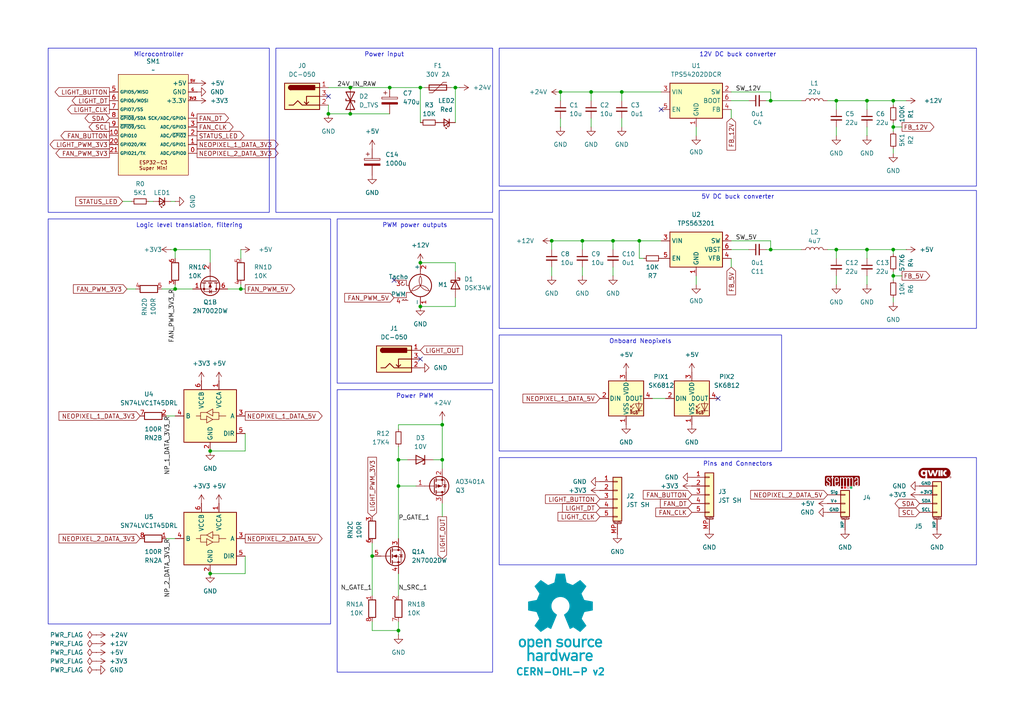
<source format=kicad_sch>
(kicad_sch (version 20231120) (generator "eeschema") (generator_version "8.0")
  (paper "A4")
  (junction (at 113.03 25.4))
  (junction (at 162.56 26.67))
  (junction (at 121.92 76.2))
  (junction (at 69.85 83.82))
  (junction (at 115.57 133.35))
  (junction (at 171.45 26.67))
  (junction (at 259.08 72.39))
  (junction (at 180.34 26.67))
  (junction (at 160.02 69.85))
  (junction (at 223.52 72.39))
  (junction (at 242.57 72.39))
  (junction (at 128.27 123.19))
  (junction (at 60.96 130.81))
  (junction (at 177.8 69.85))
  (junction (at 50.8 72.39))
  (junction (at 101.6 25.4))
  (junction (at 185.42 69.85))
  (junction (at 50.8 83.82))
  (junction (at 107.95 161.29))
  (junction (at 132.08 25.4))
  (junction (at 259.08 36.83))
  (junction (at 251.46 29.21))
  (junction (at 101.6 33.02))
  (junction (at 242.57 29.21))
  (junction (at 259.08 80.01))
  (junction (at 115.57 182.88))
  (junction (at 95.25 33.02))
  (junction (at 223.52 29.21))
  (junction (at 115.57 140.97))
  (junction (at 60.96 166.37))
  (junction (at 121.92 88.9))
  (junction (at 121.92 25.4))
  (junction (at 168.91 69.85))
  (junction (at 128.27 133.35))
  (junction (at 259.08 29.21))
  (junction (at 251.46 72.39))
  (no_connect (at 208.28 115.57))
  (no_connect (at 121.92 104.14))
  (no_connect (at 191.77 31.75))
  (no_connect (at 114.3 81.28))
  (no_connect (at 95.25 27.94))
  (wire (pts (xy 242.57 29.21) (xy 251.46 29.21)))
  (wire (pts (xy 115.57 140.97) (xy 115.57 156.21)))
  (wire (pts (xy 132.08 76.2) (xy 121.92 76.2)))
  (wire (pts (xy 251.46 72.39) (xy 259.08 72.39)))
  (wire (pts (xy 101.6 33.02) (xy 113.03 33.02)))
  (wire (pts (xy 49.53 72.39) (xy 50.8 72.39)))
  (wire (pts (xy 132.08 25.4) (xy 132.08 35.56)))
  (wire (pts (xy 36.83 83.82) (xy 39.37 83.82)))
  (wire (pts (xy 185.42 74.93) (xy 185.42 69.85)))
  (wire (pts (xy 69.85 72.39) (xy 69.85 74.93)))
  (wire (pts (xy 132.08 78.74) (xy 132.08 76.2)))
  (wire (pts (xy 115.57 166.37) (xy 115.57 172.72)))
  (wire (pts (xy 259.08 36.83) (xy 261.62 36.83)))
  (wire (pts (xy 259.08 80.01) (xy 259.08 81.28)))
  (wire (pts (xy 251.46 29.21) (xy 259.08 29.21)))
  (wire (pts (xy 259.08 36.83) (xy 259.08 38.1)))
  (wire (pts (xy 69.85 83.82) (xy 71.12 83.82)))
  (wire (pts (xy 50.8 72.39) (xy 60.96 72.39)))
  (wire (pts (xy 180.34 26.67) (xy 191.77 26.67)))
  (wire (pts (xy 223.52 72.39) (xy 232.41 72.39)))
  (wire (pts (xy 259.08 73.66) (xy 259.08 72.39)))
  (wire (pts (xy 222.25 72.39) (xy 223.52 72.39)))
  (wire (pts (xy 222.25 29.21) (xy 223.52 29.21)))
  (wire (pts (xy 223.52 69.85) (xy 223.52 72.39)))
  (wire (pts (xy 177.8 69.85) (xy 185.42 69.85)))
  (wire (pts (xy 259.08 72.39) (xy 262.89 72.39)))
  (wire (pts (xy 115.57 182.88) (xy 115.57 184.15)))
  (wire (pts (xy 121.92 25.4) (xy 113.03 25.4)))
  (wire (pts (xy 259.08 30.48) (xy 259.08 29.21)))
  (wire (pts (xy 251.46 31.75) (xy 251.46 29.21)))
  (wire (pts (xy 177.8 80.01) (xy 177.8 77.47)))
  (wire (pts (xy 180.34 36.83) (xy 180.34 34.29)))
  (wire (pts (xy 185.42 69.85) (xy 191.77 69.85)))
  (wire (pts (xy 113.03 25.4) (xy 101.6 25.4)))
  (wire (pts (xy 212.09 34.29) (xy 212.09 31.75)))
  (wire (pts (xy 251.46 74.93) (xy 251.46 72.39)))
  (wire (pts (xy 50.8 58.42) (xy 49.53 58.42)))
  (wire (pts (xy 121.92 25.4) (xy 121.92 35.56)))
  (wire (pts (xy 242.57 39.37) (xy 242.57 36.83)))
  (wire (pts (xy 115.57 123.19) (xy 115.57 124.46)))
  (wire (pts (xy 212.09 29.21) (xy 217.17 29.21)))
  (wire (pts (xy 95.25 33.02) (xy 95.25 30.48)))
  (wire (pts (xy 133.35 25.4) (xy 132.08 25.4)))
  (wire (pts (xy 160.02 72.39) (xy 160.02 69.85)))
  (wire (pts (xy 71.12 166.37) (xy 60.96 166.37)))
  (wire (pts (xy 240.03 72.39) (xy 242.57 72.39)))
  (wire (pts (xy 168.91 69.85) (xy 177.8 69.85)))
  (wire (pts (xy 259.08 35.56) (xy 259.08 36.83)))
  (wire (pts (xy 251.46 82.55) (xy 251.46 80.01)))
  (wire (pts (xy 128.27 133.35) (xy 128.27 135.89)))
  (wire (pts (xy 71.12 125.73) (xy 71.12 130.81)))
  (wire (pts (xy 128.27 149.86) (xy 128.27 146.05)))
  (wire (pts (xy 186.69 74.93) (xy 185.42 74.93)))
  (wire (pts (xy 132.08 25.4) (xy 130.81 25.4)))
  (wire (pts (xy 189.23 115.57) (xy 193.04 115.57)))
  (wire (pts (xy 60.96 76.2) (xy 60.96 72.39)))
  (wire (pts (xy 171.45 29.21) (xy 171.45 26.67)))
  (wire (pts (xy 50.8 83.82) (xy 55.88 83.82)))
  (wire (pts (xy 160.02 80.01) (xy 160.02 77.47)))
  (wire (pts (xy 242.57 72.39) (xy 251.46 72.39)))
  (wire (pts (xy 107.95 157.48) (xy 107.95 161.29)))
  (wire (pts (xy 101.6 25.4) (xy 95.25 25.4)))
  (wire (pts (xy 242.57 72.39) (xy 242.57 74.93)))
  (wire (pts (xy 162.56 36.83) (xy 162.56 34.29)))
  (wire (pts (xy 212.09 26.67) (xy 223.52 26.67)))
  (wire (pts (xy 212.09 77.47) (xy 212.09 74.93)))
  (wire (pts (xy 212.09 72.39) (xy 217.17 72.39)))
  (wire (pts (xy 115.57 133.35) (xy 115.57 140.97)))
  (wire (pts (xy 168.91 80.01) (xy 168.91 77.47)))
  (wire (pts (xy 95.25 33.02) (xy 101.6 33.02)))
  (wire (pts (xy 177.8 72.39) (xy 177.8 69.85)))
  (wire (pts (xy 132.08 86.36) (xy 132.08 88.9)))
  (wire (pts (xy 121.92 88.9) (xy 132.08 88.9)))
  (wire (pts (xy 46.99 83.82) (xy 50.8 83.82)))
  (wire (pts (xy 71.12 161.29) (xy 71.12 166.37)))
  (wire (pts (xy 259.08 44.45) (xy 259.08 43.18)))
  (wire (pts (xy 160.02 69.85) (xy 168.91 69.85)))
  (wire (pts (xy 115.57 129.54) (xy 115.57 133.35)))
  (wire (pts (xy 48.26 120.65) (xy 50.8 120.65)))
  (wire (pts (xy 223.52 29.21) (xy 232.41 29.21)))
  (wire (pts (xy 259.08 87.63) (xy 259.08 86.36)))
  (wire (pts (xy 107.95 180.34) (xy 107.95 182.88)))
  (wire (pts (xy 107.95 161.29) (xy 107.95 172.72)))
  (wire (pts (xy 50.8 72.39) (xy 50.8 74.93)))
  (wire (pts (xy 69.85 82.55) (xy 69.85 83.82)))
  (wire (pts (xy 251.46 39.37) (xy 251.46 36.83)))
  (wire (pts (xy 115.57 180.34) (xy 115.57 182.88)))
  (wire (pts (xy 168.91 72.39) (xy 168.91 69.85)))
  (wire (pts (xy 50.8 82.55) (xy 50.8 83.82)))
  (wire (pts (xy 38.1 58.42) (xy 35.56 58.42)))
  (wire (pts (xy 171.45 26.67) (xy 180.34 26.67)))
  (wire (pts (xy 123.19 25.4) (xy 121.92 25.4)))
  (wire (pts (xy 162.56 26.67) (xy 171.45 26.67)))
  (wire (pts (xy 66.04 83.82) (xy 69.85 83.82)))
  (wire (pts (xy 115.57 140.97) (xy 120.65 140.97)))
  (wire (pts (xy 212.09 69.85) (xy 223.52 69.85)))
  (wire (pts (xy 223.52 26.67) (xy 223.52 29.21)))
  (wire (pts (xy 128.27 123.19) (xy 128.27 133.35)))
  (wire (pts (xy 125.73 133.35) (xy 128.27 133.35)))
  (wire (pts (xy 71.12 130.81) (xy 60.96 130.81)))
  (wire (pts (xy 259.08 29.21) (xy 262.89 29.21)))
  (wire (pts (xy 242.57 29.21) (xy 242.57 31.75)))
  (wire (pts (xy 162.56 29.21) (xy 162.56 26.67)))
  (wire (pts (xy 115.57 123.19) (xy 128.27 123.19)))
  (wire (pts (xy 115.57 133.35) (xy 118.11 133.35)))
  (wire (pts (xy 259.08 78.74) (xy 259.08 80.01)))
  (wire (pts (xy 242.57 82.55) (xy 242.57 80.01)))
  (wire (pts (xy 128.27 121.92) (xy 128.27 123.19)))
  (wire (pts (xy 48.26 156.21) (xy 50.8 156.21)))
  (wire (pts (xy 107.95 182.88) (xy 115.57 182.88)))
  (wire (pts (xy 201.93 82.55) (xy 201.93 80.01)))
  (wire (pts (xy 43.18 58.42) (xy 44.45 58.42)))
  (wire (pts (xy 180.34 29.21) (xy 180.34 26.67)))
  (wire (pts (xy 240.03 29.21) (xy 242.57 29.21)))
  (wire (pts (xy 259.08 80.01) (xy 261.62 80.01)))
  (wire (pts (xy 201.93 39.37) (xy 201.93 36.83)))
  (wire (pts (xy 171.45 36.83) (xy 171.45 34.29)))
  (image (at 162.56 179.07) (scale 0.37481))
  (text_box "5V DC buck converter" (at 144.78 55.245 0) (size 138.43 40.005) (effects (font (size 1.27 1.27)) (justify top)))
  (text_box "Power input" (at 80.01 13.97 0) (size 62.865 47.625) (effects (font (size 1.27 1.27)) (justify top)))
  (text_box "12V DC buck converter" (at 144.78 13.97 0) (size 138.43 40.005) (effects (font (size 1.27 1.27)) (justify top)))
  (text_box "Microcontroller" (at 13.97 13.97 0) (size 64.135 47.625) (effects (font (size 1.27 1.27)) (justify top)))
  (text_box "PWM power outputs" (at 97.79 63.5 0) (size 45.085 47.625) (effects (font (size 1.27 1.27)) (justify top)))
  (text_box "Onboard Neopixels" (at 144.78 97.155 0) (size 81.915 33.655) (effects (font (size 1.27 1.27)) (justify top)))
  (text_box "Pins and Connectors" (at 144.78 132.715 0) (size 138.43 31.115) (effects (font (size 1.27 1.27)) (justify top)))
  (text_box "Logic level translation, filtering" (at 13.97 63.5 0) (size 81.915 117.475) (effects (font (size 1.27 1.27)) (justify top)))
  (text_box "Power PWM" (at 97.79 113.03 0) (size 45.085 81.915) (effects (font (size 1.27 1.27)) (justify top)))
  (text "CERN-OHL-P v2" (at 162.56 195.072 0) (effects (font (size 2 2) (thickness 0.4) (bold yes))))
  (label "SW_12V" (at 213.36 26.67 0))
  (label "SW_5V" (at 213.36 69.85 0))
  (label "NP_2_DATA_3V3_R" (at 49.53 156.21 270))
  (label "N_SRC_1" (at 115.57 171.45 0))
  (label "FAN_PWM_3V3_R" (at 50.8 83.82 270))
  (label "NP_1_DATA_3V3_R" (at 49.53 120.65 270))
  (label "24V_IN_RAW" (at 97.79 25.4 0))
  (label "P_GATE_1" (at 115.57 151.13 0))
  (label "N_GATE_1" (at 107.95 171.45 180))
  (global_label "FAN_PWM_5V" (shape input) (at 114.3 86.36 180) (property "Intersheetrefs" "${INTERSHEET_REFS}" (effects (hide yes))))
  (global_label "LIGHT_PWM_3V3" (shape output) (at 31.75 41.91 180) (property "Intersheetrefs" "${INTERSHEET_REFS}" (effects (hide yes))))
  (global_label "FAN_PWM_3V3" (shape output) (at 31.75 44.45 180) (property "Intersheetrefs" "${INTERSHEET_REFS}" (effects (hide yes))))
  (global_label "FAN_CLK" (shape output) (at 57.15 36.83 0) (property "Intersheetrefs" "${INTERSHEET_REFS}" (effects (hide yes))))
  (global_label "LIGHT_BUTTON" (shape output) (at 31.75 26.67 180) (property "Intersheetrefs" "${INTERSHEET_REFS}" (effects (hide yes))))
  (global_label "FAN_CLK" (shape input) (at 200.66 148.59 180) (property "Intersheetrefs" "${INTERSHEET_REFS}" (effects (hide yes))))
  (global_label "LIGHT_BUTTON" (shape input) (at 173.99 144.78 180) (property "Intersheetrefs" "${INTERSHEET_REFS}" (effects (hide yes))))
  (global_label "LIGHT_PWM_3V3" (shape input) (at 107.95 149.86 90) (property "Intersheetrefs" "${INTERSHEET_REFS}" (effects (hide yes))))
  (global_label "FAN_DT" (shape input) (at 200.66 146.05 180) (property "Intersheetrefs" "${INTERSHEET_REFS}" (effects (hide yes))))
  (global_label "FB_12V" (shape output) (at 261.62 36.83 0) (property "Intersheetrefs" "${INTERSHEET_REFS}" (effects (hide yes))))
  (global_label "SDA" (shape bidirectional) (at 31.75 34.29 180) (property "Intersheetrefs" "${INTERSHEET_REFS}" (effects (hide yes))))
  (global_label "STATUS_LED" (shape input) (at 35.56 58.42 180) (property "Intersheetrefs" "${INTERSHEET_REFS}" (effects (hide yes))))
  (global_label "NEOPIXEL_2_DATA_3V3" (shape input) (at 40.64 156.21 180) (property "Intersheetrefs" "${INTERSHEET_REFS}" (effects (hide yes))))
  (global_label "NEOPIXEL_2_DATA_5V" (shape output) (at 71.12 156.21 0) (property "Intersheetrefs" "${INTERSHEET_REFS}" (effects (hide yes))))
  (global_label "NEOPIXEL_1_DATA_3V3" (shape output) (at 57.15 41.91 0) (property "Intersheetrefs" "${INTERSHEET_REFS}" (effects (hide yes))))
  (global_label "NEOPIXEL_1_DATA_5V" (shape input) (at 173.99 115.57 180) (property "Intersheetrefs" "${INTERSHEET_REFS}" (effects (hide yes))))
  (global_label "LIGHT_OUT" (shape input) (at 121.92 101.6 0) (property "Intersheetrefs" "${INTERSHEET_REFS}" (effects (hide yes))))
  (global_label "SCL" (shape output) (at 31.75 36.83 180) (property "Intersheetrefs" "${INTERSHEET_REFS}" (effects (hide yes))))
  (global_label "FB_5V" (shape input) (at 212.09 77.47 270) (property "Intersheetrefs" "${INTERSHEET_REFS}" (effects (hide yes))))
  (global_label "LIGHT_CLK" (shape input) (at 173.99 149.86 180) (property "Intersheetrefs" "${INTERSHEET_REFS}" (effects (hide yes))))
  (global_label "NEOPIXEL_2_DATA_5V" (shape input) (at 240.03 143.51 180) (property "Intersheetrefs" "${INTERSHEET_REFS}" (effects (hide yes))))
  (global_label "SCL" (shape input) (at 266.7 148.59 180) (property "Intersheetrefs" "${INTERSHEET_REFS}" (effects (hide yes))))
  (global_label "FAN_PWM_5V" (shape output) (at 71.12 83.82 0) (property "Intersheetrefs" "${INTERSHEET_REFS}" (effects (hide yes))))
  (global_label "LIGHT_OUT" (shape output) (at 128.27 149.86 270) (property "Intersheetrefs" "${INTERSHEET_REFS}" (effects (hide yes))))
  (global_label "FAN_PWM_3V3" (shape input) (at 36.83 83.82 180) (property "Intersheetrefs" "${INTERSHEET_REFS}" (effects (hide yes))))
  (global_label "LIGHT_CLK" (shape output) (at 31.75 31.75 180) (property "Intersheetrefs" "${INTERSHEET_REFS}" (effects (hide yes))))
  (global_label "NEOPIXEL_2_DATA_3V3" (shape output) (at 57.15 44.45 0) (property "Intersheetrefs" "${INTERSHEET_REFS}" (effects (hide yes))))
  (global_label "FB_5V" (shape output) (at 261.62 80.01 0) (property "Intersheetrefs" "${INTERSHEET_REFS}" (effects (hide yes))))
  (global_label "FB_12V" (shape input) (at 212.09 34.29 270) (property "Intersheetrefs" "${INTERSHEET_REFS}" (effects (hide yes))))
  (global_label "LIGHT_DT" (shape output) (at 31.75 29.21 180) (property "Intersheetrefs" "${INTERSHEET_REFS}" (effects (hide yes))))
  (global_label "NEOPIXEL_1_DATA_5V" (shape output) (at 71.12 120.65 0) (property "Intersheetrefs" "${INTERSHEET_REFS}" (effects (hide yes))))
  (global_label "FAN_BUTTON" (shape input) (at 200.66 143.51 180) (property "Intersheetrefs" "${INTERSHEET_REFS}" (effects (hide yes))))
  (global_label "FAN_DT" (shape output) (at 57.15 34.29 0) (property "Intersheetrefs" "${INTERSHEET_REFS}" (effects (hide yes))))
  (global_label "STATUS_LED" (shape output) (at 57.15 39.37 0) (property "Intersheetrefs" "${INTERSHEET_REFS}" (effects (hide yes))))
  (global_label "NEOPIXEL_1_DATA_3V3" (shape input) (at 40.64 120.65 180) (property "Intersheetrefs" "${INTERSHEET_REFS}" (effects (hide yes))))
  (global_label "SDA" (shape bidirectional) (at 266.7 146.05 180) (property "Intersheetrefs" "${INTERSHEET_REFS}" (effects (hide yes))))
  (global_label "FAN_BUTTON" (shape output) (at 31.75 39.37 180) (property "Intersheetrefs" "${INTERSHEET_REFS}" (effects (hide yes))))
  (global_label "LIGHT_DT" (shape input) (at 173.99 147.32 180) (property "Intersheetrefs" "${INTERSHEET_REFS}" (effects (hide yes))))
  (symbol (lib_id "Device:C_Small") (at 242.57 34.29 0) (unit 1)
    (property "Reference" "C5" (at 245.11 33.0262 0) (effects (justify left)))
    (property "Value" "22u" (at 245.11 35.5662 0) (effects (justify left)))
    (property "Footprint" "passive:C_0805_2012Metric" (effects (hide yes)))
    (property "Description" "Unpolarized capacitor, small symbol" (effects (hide yes)))
  )
  (symbol (lib_id "Device:C_Small") (at 219.71 72.39 90) (mirror x) (unit 1)
    (property "Reference" "C11" (at 219.7163 78.74 90))
    (property "Value" "0u1" (at 219.7163 76.2 90))
    (property "Footprint" "passive:C_0402_1005Metric" (effects (hide yes)))
    (property "Description" "Unpolarized capacitor, small symbol" (effects (hide yes)))
  )
  (symbol (lib_id "power:+5V") (at 69.85 72.39 270) (unit 1)
    (property "Reference" "#PWR024" (effects (hide yes)))
    (property "Value" "+5V" (at 74.93 72.3899 90) (effects (justify left)))
    (property "Description" "Power symbol creates a global label with name \"+5V\"" (effects (hide yes)))
  )
  (symbol (lib_id "power:GND") (at 177.8 80.01 0) (unit 1)
    (property "Reference" "#PWR033" (effects (hide yes)))
    (property "Value" "GND" (at 177.8 85.09 0))
    (property "Description" "Power symbol creates a global label with name \"GND\" , ground" (effects (hide yes)))
  )
  (symbol (lib_id "power:GND") (at 57.15 26.67 90) (mirror x) (unit 1)
    (property "Reference" "#PWR05" (effects (hide yes)))
    (property "Value" "GND" (at 60.96 26.6701 90) (effects (justify right)))
    (property "Description" "Power symbol creates a global label with name \"GND\" , ground" (effects (hide yes)))
  )
  (symbol (lib_id "power:+5V") (at 181.61 107.95 0) (unit 1)
    (property "Reference" "#PWR043" (effects (hide yes)))
    (property "Value" "+5V" (at 181.61 102.87 0))
    (property "Description" "Power symbol creates a global label with name \"+5V\"" (effects (hide yes)))
  )
  (symbol (lib_id "Device:R_Small") (at 40.64 58.42 270) (mirror x) (unit 1)
    (property "Reference" "R0" (at 40.64 53.34 90))
    (property "Value" "5K1" (at 40.64 55.88 90))
    (property "Footprint" "Resistor_SMD:R_0603_1608Metric" (effects (hide yes)))
    (property "Description" "Resistor, small symbol" (effects (hide yes)))
  )
  (symbol (lib_id "Device:D_Zener") (at 121.92 133.35 180) (unit 1)
    (property "Reference" "D3" (at 121.92 127 0))
    (property "Value" "10V" (at 121.92 129.54 0))
    (property "Footprint" "package:D_SOD-523" (effects (hide yes)))
    (property "Description" "Zener diode" (effects (hide yes)))
  )
  (symbol (lib_id "Device:D_TVS") (at 101.6 29.21 90) (unit 1)
    (property "Reference" "D2" (at 104.14 27.9399 90) (effects (justify right)))
    (property "Value" "D_TVS" (at 104.14 30.4799 90) (effects (justify right)))
    (property "Footprint" "package:D_SOD-123F" (effects (hide yes)))
    (property "Description" "Bidirectional transient-voltage-suppression diode" (effects (hide yes)))
  )
  (symbol (lib_id "Logic_LevelTranslator:SN74LVC1T45DRL") (at 60.96 120.65 0) (mirror y) (unit 1)
    (property "Reference" "U4" (at 43.18 114.3314 0))
    (property "Value" "SN74LVC1T45DRL" (at 43.18 116.8714 0))
    (property "Footprint" "Package_TO_SOT_SMD:SOT-563" (effects (hide yes)))
    (property "Datasheet" "http://www.ti.com/lit/ds/symlink/sn74lvc1t45.pdf" (effects (hide yes)))
    (property "Description" "Single-Bit Dual-Supply Bus Transceiver With Configurable Voltage Translation and 3-State Outputs, SOT-563" (effects (hide yes)))
  )
  (symbol (lib_id "Device:R_Small") (at 115.57 127 0) (mirror y) (unit 1)
    (property "Reference" "R12" (at 113.03 125.7299 0) (effects (justify left)))
    (property "Value" "17K4" (at 113.03 128.2699 0) (effects (justify left)))
    (property "Footprint" "Resistor_SMD:R_0603_1608Metric" (effects (hide yes)))
    (property "Description" "Resistor, small symbol" (effects (hide yes)))
  )
  (symbol (lib_id "Device:R_Small") (at 259.08 33.02 0) (mirror x) (unit 1)
    (property "Reference" "R1" (at 264.16 33.02 90))
    (property "Value" "100K" (at 261.62 33.02 90))
    (property "Footprint" "Resistor_SMD:R_0402_1005Metric" (effects (hide yes)))
    (property "Description" "Resistor, small symbol" (effects (hide yes)))
  )
  (symbol (lib_id "power:+5V") (at 262.89 29.21 270) (unit 1)
    (property "Reference" "#PWR019" (effects (hide yes)))
    (property "Value" "+12V" (at 267.97 29.2099 90) (effects (justify left)))
    (property "Description" "Power symbol creates a global label with name \"+5V\"" (effects (hide yes)))
  )
  (symbol (lib_id "Device:C_Small") (at 242.57 77.47 0) (unit 1)
    (property "Reference" "C12" (at 245.11 76.2062 0) (effects (justify left)))
    (property "Value" "22u" (at 245.11 78.7462 0) (effects (justify left)))
    (property "Footprint" "passive:C_0603_1608Metric" (effects (hide yes)))
    (property "Description" "Unpolarized capacitor, small symbol" (effects (hide yes)))
  )
  (symbol (lib_id "Connector:Barrel_Jack_Switch") (at 87.63 27.94 0) (unit 1)
    (property "Reference" "J0" (at 87.63 19.05 0))
    (property "Value" "DC-050" (at 87.63 21.59 0))
    (property "Footprint" "custom:DC-IN_DC-050-2.0-BB_rev2" (effects (hide yes)))
    (property "Description" "DC Barrel Jack with an internal switch" (effects (hide yes)))
  )
  (symbol (lib_id "Device:C_Small") (at 251.46 34.29 0) (unit 1)
    (property "Reference" "C6" (at 254 33.0262 0) (effects (justify left)))
    (property "Value" "22u" (at 254 35.5662 0) (effects (justify left)))
    (property "Footprint" "passive:C_0805_2012Metric" (effects (hide yes)))
    (property "Description" "Unpolarized capacitor, small symbol" (effects (hide yes)))
  )
  (symbol (lib_id "power:GND") (at 251.46 82.55 0) (unit 1)
    (property "Reference" "#PWR039" (effects (hide yes)))
    (property "Value" "GND" (at 251.46 87.63 0))
    (property "Description" "Power symbol creates a global label with name \"GND\" , ground" (effects (hide yes)))
  )
  (symbol (lib_id "Logic_LevelTranslator:SN74LVC1T45DRL") (at 60.96 156.21 0) (mirror y) (unit 1)
    (property "Reference" "U5" (at 43.18 149.8914 0))
    (property "Value" "SN74LVC1T45DRL" (at 43.18 152.4314 0))
    (property "Footprint" "Package_TO_SOT_SMD:SOT-563" (effects (hide yes)))
    (property "Datasheet" "http://www.ti.com/lit/ds/symlink/sn74lvc1t45.pdf" (effects (hide yes)))
    (property "Description" "Single-Bit Dual-Supply Bus Transceiver With Configurable Voltage Translation and 3-State Outputs, SOT-563" (effects (hide yes)))
  )
  (symbol (lib_id "Device:C_Small") (at 162.56 31.75 0) (unit 1)
    (property "Reference" "C1" (at 165.1 30.4862 0) (effects (justify left)))
    (property "Value" "10u" (at 165.1 33.0262 0) (effects (justify left)))
    (property "Footprint" "passive:C_0603_1608Metric" (effects (hide yes)))
    (property "Description" "Unpolarized capacitor, small symbol" (effects (hide yes)))
  )
  (symbol (lib_id "power:VCC") (at 57.15 29.21 270) (mirror x) (unit 1)
    (property "Reference" "#PWR04" (effects (hide yes)))
    (property "Value" "+3V3" (at 60.96 29.2101 90) (effects (justify left)))
    (property "Description" "Power symbol creates a global label with name \"VCC\"" (effects (hide yes)))
  )
  (symbol (lib_id "power:GND") (at 205.74 153.67 0) (unit 1)
    (property "Reference" "#PWR056" (effects (hide yes)))
    (property "Value" "GND" (at 205.74 158.75 0))
    (property "Description" "Power symbol creates a global label with name \"GND\" , ground" (effects (hide yes)))
  )
  (symbol (lib_id "power:PWR_FLAG") (at 27.94 184.15 90) (unit 1)
    (property "Reference" "#FLG05" (effects (hide yes)))
    (property "Value" "PWR_FLAG" (at 24.13 184.1499 90) (effects (justify left)))
    (property "Description" "Special symbol for telling ERC where power comes from" (effects (hide yes)))
  )
  (symbol (lib_id "Device:R_Small") (at 124.46 35.56 270) (unit 1)
    (property "Reference" "R3" (at 124.46 30.48 90))
    (property "Value" "10K" (at 124.46 33.02 90))
    (property "Footprint" "Resistor_SMD:R_0402_1005Metric" (effects (hide yes)))
    (property "Description" "Resistor, small symbol" (effects (hide yes)))
  )
  (symbol (lib_id "power:VCC") (at 262.89 72.39 270) (unit 1)
    (property "Reference" "#PWR020" (effects (hide yes)))
    (property "Value" "+5V" (at 266.7 72.3901 90) (effects (justify left)))
    (property "Description" "Power symbol creates a global label with name \"VCC\"" (effects (hide yes)))
  )
  (symbol (lib_id "Device:C_Small") (at 251.46 77.47 0) (unit 1)
    (property "Reference" "C13" (at 254 76.2062 0) (effects (justify left)))
    (property "Value" "22u" (at 254 78.7462 0) (effects (justify left)))
    (property "Footprint" "passive:C_0603_1608Metric" (effects (hide yes)))
    (property "Description" "Unpolarized capacitor, small symbol" (effects (hide yes)))
  )
  (symbol (lib_id "power:+5V") (at 63.5 146.05 0) (mirror y) (unit 1)
    (property "Reference" "#PWR042" (effects (hide yes)))
    (property "Value" "+5V" (at 63.5 140.97 0))
    (property "Description" "Power symbol creates a global label with name \"+5V\"" (effects (hide yes)))
  )
  (symbol (lib_id "Connector:Barrel_Jack_Switch") (at 114.3 104.14 0) (unit 1)
    (property "Reference" "J1" (at 114.3 95.25 0))
    (property "Value" "DC-050" (at 114.3 97.79 0))
    (property "Footprint" "custom:DC-IN_DC-050-2.0-BB_rev2" (effects (hide yes)))
    (property "Description" "DC Barrel Jack with an internal switch" (effects (hide yes)))
  )
  (symbol (lib_id "power:VCC") (at 121.92 76.2 0) (unit 1)
    (property "Reference" "#PWR08" (effects (hide yes)))
    (property "Value" "+12V" (at 121.92 71.12 0))
    (property "Description" "Power symbol creates a global label with name \"VCC\"" (effects (hide yes)))
  )
  (symbol (lib_id "power:GND") (at 259.08 44.45 0) (unit 1)
    (property "Reference" "#PWR018" (effects (hide yes)))
    (property "Value" "GND" (at 259.08 49.53 0))
    (property "Description" "Power symbol creates a global label with name \"GND\" , ground" (effects (hide yes)))
  )
  (symbol (lib_id "power:GND") (at 242.57 82.55 0) (unit 1)
    (property "Reference" "#PWR038" (effects (hide yes)))
    (property "Value" "GND" (at 242.57 87.63 0))
    (property "Description" "Power symbol creates a global label with name \"GND\" , ground" (effects (hide yes)))
  )
  (symbol (lib_id "connector:STEMMA-Signal") (at 245.11 146.05 0) (unit 1)
    (property "Reference" "J4" (at 250.19 144.3485 0) (effects (justify left)))
    (property "Value" "STEMMA-Signal" (effects (hide yes)))
    (property "Footprint" "connector:STEMMA-Signal-SMD-horizontal" (effects (hide yes)))
    (property "Datasheet" "https://learn.adafruit.com/introducing-adafruit-stemma-qt/technical-specs" (effects (hide yes)))
    (property "Description" "STEMMA signal connector, JST PH 2.0mm 1x03" (effects (hide yes)))
  )
  (symbol (lib_id "Device:R_Pack04_Split") (at 50.8 78.74 0) (unit 3)
    (property "Reference" "RN1" (at 54.61 77.4699 0) (effects (justify left)))
    (property "Value" "10K" (at 54.61 80.0099 0) (effects (justify left)))
    (property "Footprint" "passive:R_Array_Convex_4x0603_HandSolder" (effects (hide yes)))
    (property "Description" "4 resistor network, parallel topology, split" (effects (hide yes)))
  )
  (symbol (lib_id "Device:L") (at 236.22 72.39 90) (unit 1)
    (property "Reference" "L2" (at 236.22 67.31 90))
    (property "Value" "4u7" (at 236.22 69.85 90))
    (property "Footprint" "passive:L_1008_2520Metric" (effects (hide yes)))
    (property "Description" "Inductor" (effects (hide yes)))
  )
  (symbol (lib_id "power:GND") (at 266.7 140.97 270) (unit 1)
    (property "Reference" "#PWR060" (effects (hide yes)))
    (property "Value" "GND" (at 262.89 140.9699 90) (effects (justify right)))
    (property "Description" "Power symbol creates a global label with name \"GND\" , ground" (effects (hide yes)))
  )
  (symbol (lib_id "Device:R_Pack04_Split") (at 43.18 83.82 270) (mirror x) (unit 4)
    (property "Reference" "RN2" (at 41.9099 86.36 0) (effects (justify right)))
    (property "Value" "100R" (at 44.4499 86.36 0) (effects (justify right)))
    (property "Footprint" "passive:R_Array_Convex_4x0603_HandSolder" (effects (hide yes)))
    (property "Description" "4 resistor network, parallel topology, split" (effects (hide yes)))
  )
  (symbol (lib_id "power:VCC") (at 173.99 142.24 90) (unit 1)
    (property "Reference" "#PWR052" (effects (hide yes)))
    (property "Value" "+3V3" (at 170.18 142.2399 90) (effects (justify left)))
    (property "Description" "Power symbol creates a global label with name \"VCC\"" (effects (hide yes)))
  )
  (symbol (lib_id "power:VCC") (at 27.94 191.77 270) (unit 1)
    (property "Reference" "#PWR01" (effects (hide yes)))
    (property "Value" "+3V3" (at 31.75 191.7699 90) (effects (justify left)))
    (property "Description" "Power symbol creates a global label with name \"VCC\"" (effects (hide yes)))
  )
  (symbol (lib_id "Device:LED_Small") (at 129.54 35.56 180) (unit 1)
    (property "Reference" "LED2" (at 129.4765 29.21 0))
    (property "Value" "Red" (at 129.4765 31.75 0))
    (property "Footprint" "led:LED_0402_1005Metric" (effects (hide yes)))
    (property "Description" "Light emitting diode, small symbol" (effects (hide yes)))
  )
  (symbol (lib_id "power:VCC") (at 240.03 146.05 90) (unit 1)
    (property "Reference" "#PWR025" (effects (hide yes)))
    (property "Value" "+5V" (at 236.22 146.0499 90) (effects (justify left)))
    (property "Description" "Power symbol creates a global label with name \"VCC\"" (effects (hide yes)))
  )
  (symbol (lib_id "power:+5V") (at 63.5 110.49 0) (mirror y) (unit 1)
    (property "Reference" "#PWR035" (effects (hide yes)))
    (property "Value" "+5V" (at 63.5 105.41 0))
    (property "Description" "Power symbol creates a global label with name \"+5V\"" (effects (hide yes)))
  )
  (symbol (lib_id "module:ESP32-C3-Super-Mini") (at 44.45 35.56 0) (unit 1)
    (property "Reference" "SM1" (at 44.45 17.78 0))
    (property "Value" "~" (at 44.45 20.32 0))
    (property "Footprint" "module:ESP32-C3-Super-Mini-Castellated-SMD-only" (effects (hide yes)))
  )
  (symbol (lib_id "power:VCC") (at 57.15 24.13 270) (unit 1)
    (property "Reference" "#PWR03" (effects (hide yes)))
    (property "Value" "+5V" (at 60.96 24.1299 90) (effects (justify left)))
    (property "Description" "Power symbol creates a global label with name \"VCC\"" (effects (hide yes)))
  )
  (symbol (lib_id "Device:C_Small") (at 180.34 31.75 0) (unit 1)
    (property "Reference" "C3" (at 182.88 30.4862 0) (effects (justify left)))
    (property "Value" "0u1" (at 182.88 33.0262 0) (effects (justify left)))
    (property "Footprint" "passive:C_0402_1005Metric" (effects (hide yes)))
    (property "Description" "Unpolarized capacitor, small symbol" (effects (hide yes)))
  )
  (symbol (lib_id "Device:C_Small") (at 160.02 74.93 0) (unit 1)
    (property "Reference" "C8" (at 162.56 73.6662 0) (effects (justify left)))
    (property "Value" "10u" (at 162.56 76.2062 0) (effects (justify left)))
    (property "Footprint" "passive:C_0603_1608Metric" (effects (hide yes)))
    (property "Description" "Unpolarized capacitor, small symbol" (effects (hide yes)))
  )
  (symbol (lib_id "power:+3V3") (at 49.53 72.39 90) (unit 1)
    (property "Reference" "#PWR023" (effects (hide yes)))
    (property "Value" "+3V3" (at 46.99 72.3899 90) (effects (justify left)))
    (property "Description" "Power symbol creates a global label with name \"+3V3\"" (effects (hide yes)))
  )
  (symbol (lib_id "power:VCC") (at 27.94 189.23 270) (unit 1)
    (property "Reference" "#PWR06" (effects (hide yes)))
    (property "Value" "+5V" (at 31.75 189.2299 90) (effects (justify left)))
    (property "Description" "Power symbol creates a global label with name \"VCC\"" (effects (hide yes)))
  )
  (symbol (lib_id "Device:D_Schottky") (at 132.08 82.55 270) (unit 1)
    (property "Reference" "D1" (at 134.62 80.9624 90) (effects (justify left)))
    (property "Value" "DSK34W" (at 134.62 83.5024 90) (effects (justify left)))
    (property "Footprint" "package:D_SOD-123F" (effects (hide yes)))
    (property "Description" "Schottky diode" (effects (hide yes)))
  )
  (symbol (lib_id "power:GND") (at 180.34 36.83 0) (unit 1)
    (property "Reference" "#PWR014" (effects (hide yes)))
    (property "Value" "GND" (at 180.34 41.91 0))
    (property "Description" "Power symbol creates a global label with name \"GND\" , ground" (effects (hide yes)))
  )
  (symbol (lib_id "Device:R_Pack04_Split") (at 44.45 156.21 90) (mirror x) (unit 1)
    (property "Reference" "RN2" (at 44.45 162.56 90))
    (property "Value" "100R" (at 44.45 160.02 90))
    (property "Footprint" "passive:R_Array_Convex_4x0603_HandSolder" (effects (hide yes)))
    (property "Description" "4 resistor network, parallel topology, split" (effects (hide yes)))
  )
  (symbol (lib_id "power:+3V3") (at 58.42 110.49 0) (mirror y) (unit 1)
    (property "Reference" "#PWR037" (effects (hide yes)))
    (property "Value" "+3V3" (at 58.42 105.41 0))
    (property "Description" "Power symbol creates a global label with name \"+3V3\"" (effects (hide yes)))
  )
  (symbol (lib_id "Motor:Fan_4pin") (at 121.92 83.82 0) (unit 1)
    (property "Reference" "M1" (at 127 82.5499 0) (effects (justify left)))
    (property "Value" "KF2510" (effects (hide yes)))
    (property "Footprint" "connector:FanPinHeader_1x04_P2.54mm_Horizontal" (effects (hide yes)))
    (property "Datasheet" "http://www.formfactors.org/developer%5Cspecs%5Crev1_2_public.pdf" (effects (hide yes)))
    (property "Description" "Fan, tacho output, PWM input, 4-pin connector" (effects (hide yes)))
  )
  (symbol (lib_id "power:GND") (at 201.93 82.55 0) (unit 1)
    (property "Reference" "#PWR034" (effects (hide yes)))
    (property "Value" "GND" (at 201.93 87.2801 0))
    (property "Description" "Power symbol creates a global label with name \"GND\" , ground" (effects (hide yes)))
  )
  (symbol (lib_id "Transistor_FET:AO3401A") (at 125.73 140.97 0) (mirror x) (unit 1)
    (property "Reference" "Q3" (at 132.08 142.2401 0) (effects (justify left)))
    (property "Value" "AO3401A" (at 132.08 139.7001 0) (effects (justify left)))
    (property "Footprint" "Package_TO_SOT_SMD:SOT-23" (effects (hide yes)))
    (property "Datasheet" "http://www.aosmd.com/pdfs/datasheet/AO3401A.pdf" (effects (hide yes)))
    (property "Description" "-4.0A Id, -30V Vds, P-Channel MOSFET, SOT-23" (effects (hide yes)))
  )
  (symbol (lib_id "power:GND") (at 168.91 80.01 0) (unit 1)
    (property "Reference" "#PWR022" (effects (hide yes)))
    (property "Value" "GND" (at 168.91 85.09 0))
    (property "Description" "Power symbol creates a global label with name \"GND\" , ground" (effects (hide yes)))
  )
  (symbol (lib_id "power:GND") (at 27.94 194.31 90) (unit 1)
    (property "Reference" "#PWR02" (effects (hide yes)))
    (property "Value" "GND" (at 31.75 194.3099 90) (effects (justify right)))
    (property "Description" "Power symbol creates a global label with name \"GND\" , ground" (effects (hide yes)))
  )
  (symbol (lib_id "power:GND") (at 121.92 106.68 90) (unit 1)
    (property "Reference" "#PWR031" (effects (hide yes)))
    (property "Value" "GND" (at 125.73 106.6799 90) (effects (justify right)))
    (property "Description" "Power symbol creates a global label with name \"GND\" , ground" (effects (hide yes)))
  )
  (symbol (lib_id "power:GND") (at 259.08 87.63 0) (unit 1)
    (property "Reference" "#PWR040" (effects (hide yes)))
    (property "Value" "GND" (at 259.08 92.71 0))
    (property "Description" "Power symbol creates a global label with name \"GND\" , ground" (effects (hide yes)))
  )
  (symbol (lib_id "power:VCC") (at 266.7 143.51 90) (unit 1)
    (property "Reference" "#PWR061" (effects (hide yes)))
    (property "Value" "+3V3" (at 262.89 143.5099 90) (effects (justify left)))
    (property "Description" "Power symbol creates a global label with name \"VCC\"" (effects (hide yes)))
  )
  (symbol (lib_id "lcsc:2N7002DW") (at 60.96 81.28 270) (unit 2)
    (property "Reference" "Q1" (at 60.96 87.63 90))
    (property "Value" "2N7002DW" (at 60.96 90.17 90))
    (property "Footprint" "package:SOT-363_SC-70-6_HandSolder" (effects (hide yes)))
    (property "Datasheet" "https://www.onsemi.com/download/data-sheet/pdf/2n7002dw-d.pdf" (effects (hide yes)))
    (property "Description" "0.115A Id, 60V Vds, Dual N-Channel MOSFET, SOT-23-6" (effects (hide yes)))
    (property "LCSC Part" "C5190214" (effects (hide yes)))
    (property "JLCPCB_CORRECTION" "0; 0; 270" (effects (hide yes)))
  )
  (symbol (lib_id "power:+5V") (at 200.66 107.95 0) (unit 1)
    (property "Reference" "#PWR045" (effects (hide yes)))
    (property "Value" "+5V" (at 200.66 102.87 0))
    (property "Description" "Power symbol creates a global label with name \"+5V\"" (effects (hide yes)))
  )
  (symbol (lib_id "power:GND") (at 107.95 50.8 0) (unit 1)
    (property "Reference" "#PWR030" (effects (hide yes)))
    (property "Value" "GND" (at 107.95 55.88 0))
    (property "Description" "Power symbol creates a global label with name \"GND\" , ground" (effects (hide yes)))
  )
  (symbol (lib_id "power:PWR_FLAG") (at 27.94 186.69 90) (unit 1)
    (property "Reference" "#FLG04" (effects (hide yes)))
    (property "Value" "PWR_FLAG" (at 24.13 186.6899 90) (effects (justify left)))
    (property "Description" "Special symbol for telling ERC where power comes from" (effects (hide yes)))
  )
  (symbol (lib_id "power:GND") (at 181.61 123.19 0) (unit 1)
    (property "Reference" "#PWR044" (effects (hide yes)))
    (property "Value" "GND" (at 181.61 128.27 0))
    (property "Description" "Power symbol creates a global label with name \"GND\" , ground" (effects (hide yes)))
  )
  (symbol (lib_id "connector:Qwiic") (at 271.78 143.51 0) (unit 1)
    (property "Reference" "J5" (at 265.176 152.654 0) (effects (justify left)))
    (property "Value" "Qwiic" (effects (hide yes)))
    (property "Footprint" "connector:Qwiic-SMD-horizontal" (effects (hide yes)))
    (property "Datasheet" "https://www.sparkfun.com/qwiic" (effects (hide yes)))
    (property "Description" "Qwiic connector, JST SH 1.0mm 1x04" (effects (hide yes)))
  )
  (symbol (lib_id "power:GND") (at 200.66 138.43 270) (unit 1)
    (property "Reference" "#PWR054" (effects (hide yes)))
    (property "Value" "GND" (at 196.85 138.4299 90) (effects (justify right)))
    (property "Description" "Power symbol creates a global label with name \"GND\" , ground" (effects (hide yes)))
  )
  (symbol (lib_id "Device:LED_Small") (at 46.99 58.42 180) (unit 1)
    (property "Reference" "LED1" (at 46.99 55.88 0))
    (property "Value" "LED_Small" (effects (hide yes)))
    (property "Footprint" "led:LED_0603_1608Metric" (effects (hide yes)))
    (property "Description" "Light emitting diode, small symbol" (effects (hide yes)))
  )
  (symbol (lib_id "Device:C_Small") (at 171.45 31.75 0) (unit 1)
    (property "Reference" "C2" (at 173.99 30.4862 0) (effects (justify left)))
    (property "Value" "10u" (at 173.99 33.0262 0) (effects (justify left)))
    (property "Footprint" "passive:C_0603_1608Metric" (effects (hide yes)))
    (property "Description" "Unpolarized capacitor, small symbol" (effects (hide yes)))
  )
  (symbol (lib_id "power:GND") (at 50.8 58.42 90) (unit 1)
    (property "Reference" "#PWR032" (effects (hide yes)))
    (property "Value" "GND" (at 55.88 58.42 0))
    (property "Description" "Power symbol creates a global label with name \"GND\" , ground" (effects (hide yes)))
  )
  (symbol (lib_id "Device:C_Small") (at 168.91 74.93 0) (unit 1)
    (property "Reference" "C9" (at 171.45 73.6662 0) (effects (justify left)))
    (property "Value" "10u" (at 171.45 76.2062 0) (effects (justify left)))
    (property "Footprint" "passive:C_0603_1608Metric" (effects (hide yes)))
    (property "Description" "Unpolarized capacitor, small symbol" (effects (hide yes)))
  )
  (symbol (lib_id "power:GND") (at 173.99 139.7 270) (unit 1)
    (property "Reference" "#PWR051" (effects (hide yes)))
    (property "Value" "GND" (at 170.18 139.6999 90) (effects (justify right)))
    (property "Description" "Power symbol creates a global label with name \"GND\" , ground" (effects (hide yes)))
  )
  (symbol (lib_name "TPS54202DDCR_1") (lib_id "lcsc:TPS54202DDCR") (at 201.93 29.21 0) (unit 1)
    (property "Reference" "U1" (at 201.93 19.05 0))
    (property "Value" "TPS54202DDCR" (at 201.93 21.59 0))
    (property "Footprint" "Package_TO_SOT_SMD:SOT-23-6" (effects (hide yes)))
    (property "Datasheet" "http://www.ti.com/lit/ds/symlink/tps563200.pdf" (effects (hide yes)))
    (property "Description" "2A Synchronous Step-Down Voltage Regulator, Adjustable Output Voltage, 4.5-28V Input Voltage, SOT-23-6" (effects (hide yes)))
    (property "LCSC Part" "C191884" (effects (hide yes)))
  )
  (symbol (lib_id "power:+3V3") (at 58.42 146.05 0) (mirror y) (unit 1)
    (property "Reference" "#PWR050" (effects (hide yes)))
    (property "Value" "+3V3" (at 58.42 140.97 0))
    (property "Description" "Power symbol creates a global label with name \"+3V3\"" (effects (hide yes)))
  )
  (symbol (lib_id "LED:SK6812") (at 181.61 115.57 0) (unit 1)
    (property "Reference" "PIX1" (at 191.77 109.2514 0))
    (property "Value" "SK6812" (at 191.77 111.7914 0))
    (property "Footprint" "led:LED_SK6812_PLCC4_5.0x5.0mm_P3.2mm" (effects (hide yes)))
    (property "Datasheet" "https://cdn-shop.adafruit.com/product-files/1138/SK6812+LED+datasheet+.pdf" (effects (hide yes)))
    (property "Description" "RGB LED with integrated controller" (effects (hide yes)))
  )
  (symbol (lib_id "Device:R_Pack04_Split") (at 115.57 176.53 180) (unit 2)
    (property "Reference" "RN1" (at 118.11 175.2599 0) (effects (justify right)))
    (property "Value" "10K" (at 118.11 177.7999 0) (effects (justify right)))
    (property "Footprint" "passive:R_Array_Convex_4x0603_HandSolder" (effects (hide yes)))
    (property "Description" "4 resistor network, parallel topology, split" (effects (hide yes)))
  )
  (symbol (lib_id "power:PWR_FLAG") (at 27.94 191.77 90) (unit 1)
    (property "Reference" "#FLG01" (effects (hide yes)))
    (property "Value" "PWR_FLAG" (at 24.13 191.7699 90) (effects (justify left)))
    (property "Description" "Special symbol for telling ERC where power comes from" (effects (hide yes)))
  )
  (symbol (lib_id "Device:C_Small") (at 219.71 29.21 90) (mirror x) (unit 1)
    (property "Reference" "C4" (at 219.7163 35.56 90))
    (property "Value" "0u1" (at 219.7163 33.02 90))
    (property "Footprint" "passive:C_0402_1005Metric" (effects (hide yes)))
    (property "Description" "Unpolarized capacitor, small symbol" (effects (hide yes)))
  )
  (symbol (lib_id "power:GND") (at 179.07 154.94 0) (unit 1)
    (property "Reference" "#PWR053" (effects (hide yes)))
    (property "Value" "GND" (at 179.07 160.02 0))
    (property "Description" "Power symbol creates a global label with name \"GND\" , ground" (effects (hide yes)))
  )
  (symbol (lib_id "Connector_Generic_MountingPin:Conn_01x05_MountingPin") (at 179.07 144.78 0) (unit 1)
    (property "Reference" "J2" (at 181.61 143.8655 0) (effects (justify left)))
    (property "Value" "JST SH" (at 181.61 146.4055 0) (effects (justify left)))
    (property "Footprint" "connector:JST_SH_SM05B-SRSS-TB_1x05-1MP_P1.00mm_Horizontal" (effects (hide yes)))
    (property "Description" "Generic connectable mounting pin connector, single row, 01x05, script generated (kicad-library-utils/schlib/autogen/connector/)" (effects (hide yes)))
  )
  (symbol (lib_id "Device:Polyfuse") (at 127 25.4 90) (unit 1)
    (property "Reference" "F1" (at 127 19.05 90))
    (property "Value" "30V 2A" (at 127 21.59 90))
    (property "Footprint" "Fuse:Fuse_1812_4532Metric" (effects (hide yes)))
    (property "Description" "Resettable fuse, polymeric positive temperature coefficient" (effects (hide yes)))
  )
  (symbol (lib_id "Device:C_Polarized") (at 113.03 29.21 0) (unit 1)
    (property "Reference" "C7" (at 116.84 27.0509 0) (effects (justify left)))
    (property "Value" "470u" (at 116.84 29.5909 0) (effects (justify left)))
    (property "Footprint" "Capacitor_SMD:CP_Elec_8x10" (effects (hide yes)))
    (property "Description" "Polarized capacitor" (effects (hide yes)))
  )
  (symbol (lib_id "Regulator_Switching:TPS563200") (at 201.93 72.39 0) (unit 1)
    (property "Reference" "U2" (at 201.93 62.23 0))
    (property "Value" "TPS563201" (at 201.93 64.77 0))
    (property "Footprint" "Package_TO_SOT_SMD:SOT-23-6" (effects (hide yes)))
    (property "Datasheet" "http://www.ti.com/lit/ds/symlink/tps563200.pdf" (effects (hide yes)))
    (property "Description" "3A Synchronous Step-Down Voltage Regulator, Adjustable Output Voltage, 4.5-17V Input Voltage, SOT-23-6" (effects (hide yes)))
  )
  (symbol (lib_id "Device:R_Small") (at 259.08 40.64 0) (mirror x) (unit 1)
    (property "Reference" "R2" (at 264.16 40.64 90))
    (property "Value" "5K1" (at 261.62 40.64 90))
    (property "Footprint" "Resistor_SMD:R_0402_1005Metric" (effects (hide yes)))
    (property "Description" "Resistor, small symbol" (effects (hide yes)))
  )
  (symbol (lib_id "power:VCC") (at 133.35 25.4 270) (unit 1)
    (property "Reference" "#PWR029" (effects (hide yes)))
    (property "Value" "+24V" (at 137.16 25.3999 90) (effects (justify left)))
    (property "Description" "Power symbol creates a global label with name \"VCC\"" (effects (hide yes)))
  )
  (symbol (lib_id "Device:R_Small") (at 259.08 76.2 0) (mirror x) (unit 1)
    (property "Reference" "R4" (at 264.16 76.2 90))
    (property "Value" "57K6" (at 261.62 76.2 90))
    (property "Footprint" "Resistor_SMD:R_0402_1005Metric" (effects (hide yes)))
    (property "Description" "Resistor, small symbol" (effects (hide yes)))
  )
  (symbol (lib_id "power:GND") (at 160.02 80.01 0) (unit 1)
    (property "Reference" "#PWR021" (effects (hide yes)))
    (property "Value" "GND" (at 160.02 85.09 0))
    (property "Description" "Power symbol creates a global label with name \"GND\" , ground" (effects (hide yes)))
  )
  (symbol (lib_id "Device:R_Pack04_Split") (at 69.85 78.74 0) (unit 4)
    (property "Reference" "RN1" (at 73.66 77.4699 0) (effects (justify left)))
    (property "Value" "10K" (at 73.66 80.0099 0) (effects (justify left)))
    (property "Footprint" "passive:R_Array_Convex_4x0603_HandSolder" (effects (hide yes)))
    (property "Description" "4 resistor network, parallel topology, split" (effects (hide yes)))
  )
  (symbol (lib_id "power:VCC") (at 107.95 43.18 0) (unit 1)
    (property "Reference" "#PWR057" (effects (hide yes)))
    (property "Value" "+5V" (at 107.95 38.1 0))
    (property "Description" "Power symbol creates a global label with name \"VCC\"" (effects (hide yes)))
  )
  (symbol (lib_id "power:GND") (at 201.93 39.37 0) (unit 1)
    (property "Reference" "#PWR015" (effects (hide yes)))
    (property "Value" "GND" (at 201.93 44.1001 0))
    (property "Description" "Power symbol creates a global label with name \"GND\" , ground" (effects (hide yes)))
  )
  (symbol (lib_id "power:PWR_FLAG") (at 27.94 189.23 90) (unit 1)
    (property "Reference" "#FLG03" (effects (hide yes)))
    (property "Value" "PWR_FLAG" (at 24.13 189.2299 90) (effects (justify left)))
    (property "Description" "Special symbol for telling ERC where power comes from" (effects (hide yes)))
  )
  (symbol (lib_id "power:VCC") (at 128.27 121.92 0) (unit 1)
    (property "Reference" "#PWR048" (effects (hide yes)))
    (property "Value" "+24V" (at 128.27 116.84 0))
    (property "Description" "Power symbol creates a global label with name \"VCC\"" (effects (hide yes)))
  )
  (symbol (lib_id "Device:R_Pack04_Split") (at 44.45 120.65 90) (mirror x) (unit 2)
    (property "Reference" "RN2" (at 44.45 127 90))
    (property "Value" "100R" (at 44.45 124.46 90))
    (property "Footprint" "passive:R_Array_Convex_4x0603_HandSolder" (effects (hide yes)))
    (property "Description" "4 resistor network, parallel topology, split" (effects (hide yes)))
  )
  (symbol (lib_id "power:VCC") (at 200.66 140.97 90) (unit 1)
    (property "Reference" "#PWR055" (effects (hide yes)))
    (property "Value" "+3V3" (at 196.85 140.9699 90) (effects (justify left)))
    (property "Description" "Power symbol creates a global label with name \"VCC\"" (effects (hide yes)))
  )
  (symbol (lib_id "power:GND") (at 60.96 166.37 0) (mirror y) (unit 1)
    (property "Reference" "#PWR049" (effects (hide yes)))
    (property "Value" "GND" (at 60.96 171.45 0))
    (property "Description" "Power symbol creates a global label with name \"GND\" , ground" (effects (hide yes)))
  )
  (symbol (lib_id "Connector_Generic_MountingPin:Conn_01x05_MountingPin") (at 205.74 143.51 0) (unit 1)
    (property "Reference" "J3" (at 208.28 142.5955 0) (effects (justify left)))
    (property "Value" "JST SH" (at 208.28 145.1355 0) (effects (justify left)))
    (property "Footprint" "connector:JST_SH_SM05B-SRSS-TB_1x05-1MP_P1.00mm_Horizontal" (effects (hide yes)))
    (property "Description" "Generic connectable mounting pin connector, single row, 01x05, script generated (kicad-library-utils/schlib/autogen/connector/)" (effects (hide yes)))
  )
  (symbol (lib_id "power:GND") (at 240.03 148.59 270) (unit 1)
    (property "Reference" "#PWR026" (effects (hide yes)))
    (property "Value" "GND" (at 236.22 148.5899 90) (effects (justify right)))
    (property "Description" "Power symbol creates a global label with name \"GND\" , ground" (effects (hide yes)))
  )
  (symbol (lib_id "power:PWR_FLAG") (at 27.94 194.31 90) (unit 1)
    (property "Reference" "#FLG02" (effects (hide yes)))
    (property "Value" "PWR_FLAG" (at 24.13 194.3099 90) (effects (justify left)))
    (property "Description" "Special symbol for telling ERC where power comes from" (effects (hide yes)))
  )
  (symbol (lib_id "Device:R_Pack04_Split") (at 107.95 176.53 0) (mirror x) (unit 1)
    (property "Reference" "RN1" (at 105.41 175.2599 0) (effects (justify right)))
    (property "Value" "10K" (at 105.41 177.7999 0) (effects (justify right)))
    (property "Footprint" "passive:R_Array_Convex_4x0603_HandSolder" (effects (hide yes)))
    (property "Description" "4 resistor network, parallel topology, split" (effects (hide yes)))
  )
  (symbol (lib_id "power:GND") (at 251.46 39.37 0) (unit 1)
    (property "Reference" "#PWR017" (effects (hide yes)))
    (property "Value" "GND" (at 251.46 44.45 0))
    (property "Description" "Power symbol creates a global label with name \"GND\" , ground" (effects (hide yes)))
  )
  (symbol (lib_id "power:GND") (at 162.56 36.83 0) (unit 1)
    (property "Reference" "#PWR012" (effects (hide yes)))
    (property "Value" "GND" (at 162.56 41.91 0))
    (property "Description" "Power symbol creates a global label with name \"GND\" , ground" (effects (hide yes)))
  )
  (symbol (lib_id "power:GND") (at 121.92 88.9 0) (unit 1)
    (property "Reference" "#PWR010" (effects (hide yes)))
    (property "Value" "GND" (at 121.92 93.98 0))
    (property "Description" "Power symbol creates a global label with name \"GND\" , ground" (effects (hide yes)))
  )
  (symbol (lib_id "power:GND") (at 245.11 153.67 0) (unit 1)
    (property "Reference" "#PWR027" (effects (hide yes)))
    (property "Value" "GND" (at 245.11 158.75 0))
    (property "Description" "Power symbol creates a global label with name \"GND\" , ground" (effects (hide yes)))
  )
  (symbol (lib_id "Device:R_Pack04_Split") (at 107.95 153.67 180) (unit 3)
    (property "Reference" "RN2" (at 101.6 153.67 90))
    (property "Value" "100R" (at 104.14 153.67 90))
    (property "Footprint" "passive:R_Array_Convex_4x0603_HandSolder" (effects (hide yes)))
    (property "Description" "4 resistor network, parallel topology, split" (effects (hide yes)))
  )
  (symbol (lib_id "power:VCC") (at 162.56 26.67 90) (unit 1)
    (property "Reference" "#PWR011" (effects (hide yes)))
    (property "Value" "+24V" (at 158.75 26.6699 90) (effects (justify left)))
    (property "Description" "Power symbol creates a global label with name \"VCC\"" (effects (hide yes)))
  )
  (symbol (lib_id "Device:C_Polarized") (at 107.95 46.99 0) (unit 1)
    (property "Reference" "C14" (at 111.76 44.8309 0) (effects (justify left)))
    (property "Value" "1000u" (at 111.76 47.3709 0) (effects (justify left)))
    (property "Footprint" "Capacitor_SMD:CP_Elec_8x10" (effects (hide yes)))
    (property "Description" "Polarized capacitor" (effects (hide yes)))
  )
  (symbol (lib_id "power:VCC") (at 27.94 186.69 270) (unit 1)
    (property "Reference" "#PWR07" (effects (hide yes)))
    (property "Value" "+12V" (at 31.75 186.6899 90) (effects (justify left)))
    (property "Description" "Power symbol creates a global label with name \"VCC\"" (effects (hide yes)))
  )
  (symbol (lib_id "power:GND") (at 171.45 36.83 0) (unit 1)
    (property "Reference" "#PWR013" (effects (hide yes)))
    (property "Value" "GND" (at 171.45 41.91 0))
    (property "Description" "Power symbol creates a global label with name \"GND\" , ground" (effects (hide yes)))
  )
  (symbol (lib_id "Device:R_Small") (at 189.23 74.93 90) (mirror x) (unit 1)
    (property "Reference" "R7" (at 189.23 80.01 90))
    (property "Value" "10K" (at 189.23 77.47 90))
    (property "Footprint" "Resistor_SMD:R_0402_1005Metric" (effects (hide yes)))
    (property "Description" "Resistor, small symbol" (effects (hide yes)))
  )
  (symbol (lib_id "power:+5V") (at 160.02 69.85 90) (unit 1)
    (property "Reference" "#PWR041" (effects (hide yes)))
    (property "Value" "+12V" (at 154.94 69.8501 90) (effects (justify left)))
    (property "Description" "Power symbol creates a global label with name \"+5V\"" (effects (hide yes)))
  )
  (symbol (lib_id "lcsc:2N7002DW") (at 113.03 161.29 0) (unit 1)
    (property "Reference" "Q1" (at 119.38 160.0199 0) (effects (justify left)))
    (property "Value" "2N7002DW" (at 119.38 162.5599 0) (effects (justify left)))
    (property "Footprint" "package:SOT-363_SC-70-6_HandSolder" (effects (hide yes)))
    (property "Datasheet" "https://www.onsemi.com/download/data-sheet/pdf/2n7002dw-d.pdf" (effects (hide yes)))
    (property "Description" "0.115A Id, 60V Vds, Dual N-Channel MOSFET, SOT-23-6" (effects (hide yes)))
    (property "LCSC Part" "C5190214" (effects (hide yes)))
    (property "JLCPCB_CORRECTION" "0; 0; 270" (effects (hide yes)))
  )
  (symbol (lib_id "Device:R_Small") (at 259.08 83.82 0) (mirror x) (unit 1)
    (property "Reference" "R6" (at 264.16 83.82 90))
    (property "Value" "10K" (at 261.62 83.82 90))
    (property "Footprint" "Resistor_SMD:R_0402_1005Metric" (effects (hide yes)))
    (property "Description" "Resistor, small symbol" (effects (hide yes)))
  )
  (symbol (lib_id "power:GND") (at 271.78 153.67 0) (unit 1)
    (property "Reference" "#PWR062" (effects (hide yes)))
    (property "Value" "GND" (at 271.78 158.75 0))
    (property "Description" "Power symbol creates a global label with name \"GND\" , ground" (effects (hide yes)))
  )
  (symbol (lib_id "power:GND") (at 60.96 130.81 0) (mirror y) (unit 1)
    (property "Reference" "#PWR036" (effects (hide yes)))
    (property "Value" "GND" (at 60.96 135.89 0))
    (property "Description" "Power symbol creates a global label with name \"GND\" , ground" (effects (hide yes)))
  )
  (symbol (lib_id "power:GND") (at 200.66 123.19 0) (unit 1)
    (property "Reference" "#PWR046" (effects (hide yes)))
    (property "Value" "GND" (at 200.66 128.27 0))
    (property "Description" "Power symbol creates a global label with name \"GND\" , ground" (effects (hide yes)))
  )
  (symbol (lib_id "Device:L") (at 236.22 29.21 90) (unit 1)
    (property "Reference" "L1" (at 236.22 24.13 90))
    (property "Value" "22u" (at 236.22 26.67 90))
    (property "Footprint" "passive:L_Power_7.0x6.6mm_0630" (effects (hide yes)))
    (property "Description" "Inductor" (effects (hide yes)))
  )
  (symbol (lib_id "power:VCC") (at 27.94 184.15 270) (unit 1)
    (property "Reference" "#PWR09" (effects (hide yes)))
    (property "Value" "+24V" (at 31.75 184.1499 90) (effects (justify left)))
    (property "Description" "Power symbol creates a global label with name \"VCC\"" (effects (hide yes)))
  )
  (symbol (lib_id "Device:C_Small") (at 177.8 74.93 0) (unit 1)
    (property "Reference" "C10" (at 180.34 73.6662 0) (effects (justify left)))
    (property "Value" "0u1" (at 180.34 76.2062 0) (effects (justify left)))
    (property "Footprint" "passive:C_0402_1005Metric" (effects (hide yes)))
    (property "Description" "Unpolarized capacitor, small symbol" (effects (hide yes)))
  )
  (symbol (lib_id "LED:SK6812") (at 200.66 115.57 0) (unit 1)
    (property "Reference" "PIX2" (at 210.82 109.2514 0))
    (property "Value" "SK6812" (at 210.82 111.7914 0))
    (property "Footprint" "led:LED_SK6812_PLCC4_5.0x5.0mm_P3.2mm" (effects (hide yes)))
    (property "Datasheet" "https://cdn-shop.adafruit.com/product-files/1138/SK6812+LED+datasheet+.pdf" (effects (hide yes)))
    (property "Description" "RGB LED with integrated controller" (effects (hide yes)))
  )
  (symbol (lib_id "power:GND") (at 115.57 184.15 0) (unit 1)
    (property "Reference" "#PWR047" (effects (hide yes)))
    (property "Value" "GND" (at 115.57 189.23 0))
    (property "Description" "Power symbol creates a global label with name \"GND\" , ground" (effects (hide yes)))
  )
  (symbol (lib_id "power:GND") (at 95.25 33.02 0) (unit 1)
    (property "Reference" "#PWR028" (effects (hide yes)))
    (property "Value" "GND" (at 95.25 38.1 0))
    (property "Description" "Power symbol creates a global label with name \"GND\" , ground" (effects (hide yes)))
  )
  (symbol (lib_id "power:GND") (at 242.57 39.37 0) (unit 1)
    (property "Reference" "#PWR016" (effects (hide yes)))
    (property "Value" "GND" (at 242.57 44.45 0))
    (property "Description" "Power symbol creates a global label with name \"GND\" , ground" (effects (hide yes)))
  )
)
</source>
